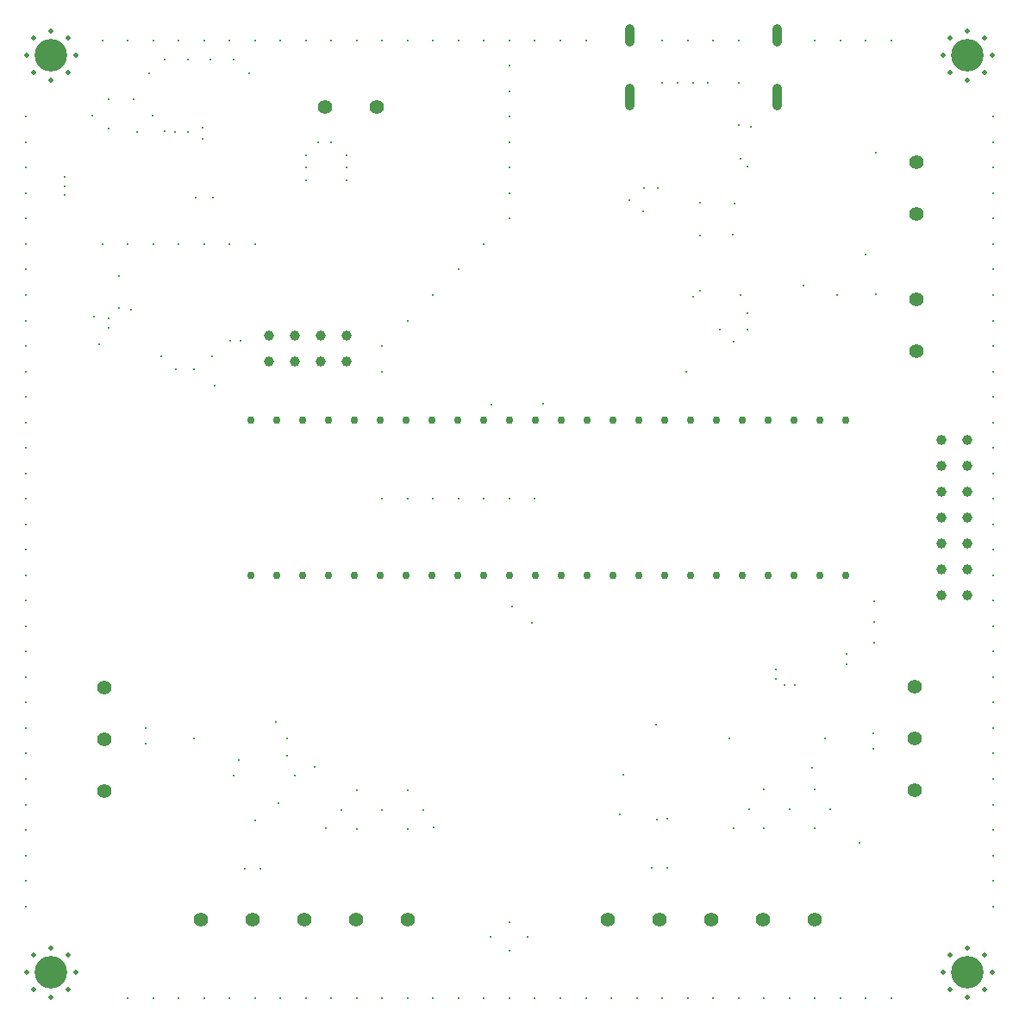
<source format=gbr>
%TF.GenerationSoftware,KiCad,Pcbnew,8.0.4*%
%TF.CreationDate,2024-09-25T08:21:10+02:00*%
%TF.ProjectId,pong_pcb,706f6e67-5f70-4636-922e-6b696361645f,rev?*%
%TF.SameCoordinates,Original*%
%TF.FileFunction,Plated,1,4,PTH,Mixed*%
%TF.FilePolarity,Positive*%
%FSLAX46Y46*%
G04 Gerber Fmt 4.6, Leading zero omitted, Abs format (unit mm)*
G04 Created by KiCad (PCBNEW 8.0.4) date 2024-09-25 08:21:10*
%MOMM*%
%LPD*%
G01*
G04 APERTURE LIST*
%TA.AperFunction,ViaDrill*%
%ADD10C,0.300000*%
%TD*%
%TA.AperFunction,ComponentDrill*%
%ADD11C,0.500000*%
%TD*%
%TA.AperFunction,ComponentDrill*%
%ADD12C,0.762000*%
%TD*%
G04 aperture for slot hole*
%TA.AperFunction,ComponentDrill*%
%ADD13C,0.900000*%
%TD*%
%TA.AperFunction,ComponentDrill*%
%ADD14C,1.000000*%
%TD*%
%TA.AperFunction,ComponentDrill*%
%ADD15C,1.400000*%
%TD*%
%TA.AperFunction,ComponentDrill*%
%ADD16C,3.200000*%
%TD*%
G04 APERTURE END LIST*
D10*
X62500000Y-55000000D03*
X62500000Y-57500000D03*
X62500000Y-60000000D03*
X62500000Y-62500000D03*
X62500000Y-65000000D03*
X62500000Y-67500000D03*
X62500000Y-70000000D03*
X62500000Y-72500000D03*
X62500000Y-75000000D03*
X62500000Y-77500000D03*
X62500000Y-80000000D03*
X62500000Y-82500000D03*
X62500000Y-85000000D03*
X62500000Y-87500000D03*
X62500000Y-90000000D03*
X62500000Y-92500000D03*
X62500000Y-95000000D03*
X62500000Y-97500000D03*
X62500000Y-100000000D03*
X62500000Y-102500000D03*
X62500000Y-105000000D03*
X62500000Y-107500000D03*
X62500000Y-110000000D03*
X62500000Y-112500000D03*
X62500000Y-115000000D03*
X62500000Y-117500000D03*
X62500000Y-120000000D03*
X62500000Y-122500000D03*
X62500000Y-125000000D03*
X62500000Y-127500000D03*
X62500000Y-130000000D03*
X62500000Y-132500000D03*
X66300000Y-60900000D03*
X66300000Y-61800000D03*
X66300000Y-62700000D03*
X69025000Y-54900000D03*
X69220000Y-74636250D03*
X69670000Y-77315000D03*
X70000000Y-47500000D03*
X70000000Y-67500000D03*
X70620000Y-74765000D03*
X70620000Y-75715000D03*
X70625000Y-53300000D03*
X70625000Y-56200000D03*
X71670000Y-70665000D03*
X71690000Y-73765000D03*
X72500000Y-47500000D03*
X72500000Y-67500000D03*
X72500000Y-141500000D03*
X72845000Y-73915000D03*
X73125000Y-53300000D03*
X73425000Y-56500000D03*
X74250000Y-115000000D03*
X74250000Y-116500000D03*
X74625000Y-50700000D03*
X74925000Y-54900000D03*
X75000000Y-47500000D03*
X75000000Y-67500000D03*
X75000000Y-141500000D03*
X75820000Y-78515000D03*
X76125000Y-49400000D03*
X76125000Y-56400000D03*
X77125000Y-56500000D03*
X77220000Y-79765000D03*
X77500000Y-47500000D03*
X77500000Y-67500000D03*
X77500000Y-141500000D03*
X78425000Y-49400000D03*
X78425000Y-56500000D03*
X79000000Y-116000000D03*
X79020000Y-79765000D03*
X79225000Y-62900000D03*
X79825000Y-56100000D03*
X79825000Y-57200000D03*
X80000000Y-47500000D03*
X80000000Y-67500000D03*
X80000000Y-141500000D03*
X80625000Y-49400000D03*
X80770000Y-78515000D03*
X80875000Y-62950000D03*
X81020000Y-81415000D03*
X82500000Y-47500000D03*
X82500000Y-67500000D03*
X82500000Y-141500000D03*
X82600000Y-77000000D03*
X82900000Y-119700000D03*
X82925000Y-49400000D03*
X83400000Y-118100000D03*
X83600000Y-77000000D03*
X84000000Y-128830000D03*
X84425000Y-50700000D03*
X85000000Y-47500000D03*
X85000000Y-67500000D03*
X85000000Y-124080000D03*
X85000000Y-141500000D03*
X85500000Y-128830000D03*
X87050000Y-114450000D03*
X87300000Y-122400000D03*
X87500000Y-47500000D03*
X87500000Y-141500000D03*
X88200000Y-116000000D03*
X88200000Y-117750000D03*
X88900000Y-119700000D03*
X90000000Y-47500000D03*
X90000000Y-58750000D03*
X90000000Y-59950000D03*
X90000000Y-61250000D03*
X90000000Y-141500000D03*
X90900000Y-118800000D03*
X91250000Y-57500000D03*
X92000000Y-124800000D03*
X92500000Y-47500000D03*
X92500000Y-57500000D03*
X92500000Y-141500000D03*
X93500000Y-123080000D03*
X94000000Y-58750000D03*
X94000000Y-60000000D03*
X94000000Y-61250000D03*
X95000000Y-47500000D03*
X95000000Y-121080000D03*
X95000000Y-124880000D03*
X95000000Y-141500000D03*
X97500000Y-47500000D03*
X97500000Y-77500000D03*
X97500000Y-80000000D03*
X97500000Y-92500000D03*
X97500000Y-123080000D03*
X97500000Y-141500000D03*
X100000000Y-47500000D03*
X100000000Y-75000000D03*
X100000000Y-92500000D03*
X100000000Y-121080000D03*
X100000000Y-124880000D03*
X100000000Y-141500000D03*
X101500000Y-123080000D03*
X102500000Y-47500000D03*
X102500000Y-72500000D03*
X102500000Y-92500000D03*
X102500000Y-141500000D03*
X102550000Y-124750000D03*
X105000000Y-47500000D03*
X105000000Y-70000000D03*
X105000000Y-92500000D03*
X105000000Y-141500000D03*
X107500000Y-47500000D03*
X107500000Y-67500000D03*
X107500000Y-92500000D03*
X107500000Y-141500000D03*
X108100000Y-135500000D03*
X108218141Y-83214141D03*
X110000000Y-47500000D03*
X110000000Y-50000000D03*
X110000000Y-52500000D03*
X110000000Y-55000000D03*
X110000000Y-57500000D03*
X110000000Y-60000000D03*
X110000000Y-62500000D03*
X110000000Y-65000000D03*
X110000000Y-92500000D03*
X110000000Y-134050000D03*
X110000000Y-136850000D03*
X110000000Y-141500000D03*
X110300000Y-103100000D03*
X111800000Y-135500000D03*
X112200000Y-104700000D03*
X112500000Y-47500000D03*
X112500000Y-92500000D03*
X112500000Y-141500000D03*
X113304000Y-83200000D03*
X115000000Y-47500000D03*
X115000000Y-141500000D03*
X117500000Y-47500000D03*
X117500000Y-141500000D03*
X120000000Y-141500000D03*
X120800000Y-123500000D03*
X121200000Y-119600000D03*
X121800000Y-63200000D03*
X122500000Y-141500000D03*
X123100000Y-64300000D03*
X123200000Y-62000000D03*
X124000000Y-128750000D03*
X124375000Y-114625000D03*
X124500000Y-124000000D03*
X124600000Y-62000000D03*
X125000000Y-47500000D03*
X125000000Y-51700000D03*
X125000000Y-141500000D03*
X125500000Y-123900000D03*
X125500000Y-128750000D03*
X126500000Y-51700000D03*
X127375000Y-80000000D03*
X127500000Y-47500000D03*
X127500000Y-141500000D03*
X128000000Y-51700000D03*
X128000000Y-72700000D03*
X128675000Y-66700000D03*
X128700000Y-63400000D03*
X128725000Y-72100000D03*
X129500000Y-51700000D03*
X130000000Y-47500000D03*
X130000000Y-141500000D03*
X130700000Y-75900000D03*
X131600000Y-116000000D03*
X131925000Y-66600000D03*
X132000000Y-77100000D03*
X132000000Y-124800000D03*
X132100000Y-63500000D03*
X132500000Y-47500000D03*
X132500000Y-51700000D03*
X132500000Y-55800000D03*
X132500000Y-141500000D03*
X132700000Y-59100000D03*
X132700000Y-72500000D03*
X133400000Y-59900000D03*
X133400000Y-74300000D03*
X133400000Y-75900000D03*
X133500000Y-123000000D03*
X133675735Y-56024265D03*
X135000000Y-121000000D03*
X135000000Y-124800000D03*
X135000000Y-141500000D03*
X136200000Y-109250000D03*
X136200000Y-110200000D03*
X137000000Y-110750000D03*
X137500000Y-123000000D03*
X137500000Y-141500000D03*
X138000000Y-110750000D03*
X138850000Y-71600000D03*
X139760001Y-118939999D03*
X140000000Y-47500000D03*
X140000000Y-121000000D03*
X140000000Y-124800000D03*
X140000000Y-141500000D03*
X141000000Y-116000000D03*
X141500000Y-123000000D03*
X142200000Y-72500000D03*
X142500000Y-47500000D03*
X142500000Y-141500000D03*
X143150000Y-107750000D03*
X143150000Y-108700000D03*
X144350000Y-126250000D03*
X145000000Y-47500000D03*
X145000000Y-68500000D03*
X145000000Y-141500000D03*
X145750000Y-115500000D03*
X145750000Y-117000000D03*
X145825000Y-102550000D03*
X145825000Y-104550000D03*
X145825000Y-106600000D03*
X146000000Y-58500000D03*
X146000000Y-72400000D03*
X147500000Y-47500000D03*
X147500000Y-141500000D03*
X157500000Y-55000000D03*
X157500000Y-57500000D03*
X157500000Y-60000000D03*
X157500000Y-62500000D03*
X157500000Y-65000000D03*
X157500000Y-67500000D03*
X157500000Y-70000000D03*
X157500000Y-72500000D03*
X157500000Y-75000000D03*
X157500000Y-77500000D03*
X157500000Y-80000000D03*
X157500000Y-80000000D03*
X157500000Y-82500000D03*
X157500000Y-85000000D03*
X157500000Y-87500000D03*
X157500000Y-90000000D03*
X157500000Y-92500000D03*
X157500000Y-95000000D03*
X157500000Y-97500000D03*
X157500000Y-100000000D03*
X157500000Y-102500000D03*
X157500000Y-105000000D03*
X157500000Y-107500000D03*
X157500000Y-110000000D03*
X157500000Y-112500000D03*
X157500000Y-115000000D03*
X157500000Y-117500000D03*
X157500000Y-120000000D03*
X157500000Y-122500000D03*
X157500000Y-125000000D03*
X157500000Y-127500000D03*
X157500000Y-130000000D03*
X157500000Y-132500000D03*
D11*
%TO.C,H1*%
X62600000Y-49000000D03*
%TO.C,H3*%
X62600000Y-139000000D03*
%TO.C,H1*%
X63302944Y-47302944D03*
X63302944Y-50697056D03*
%TO.C,H3*%
X63302944Y-137302944D03*
X63302944Y-140697056D03*
%TO.C,H1*%
X65000000Y-46600000D03*
X65000000Y-51400000D03*
%TO.C,H3*%
X65000000Y-136600000D03*
X65000000Y-141400000D03*
%TO.C,H1*%
X66697056Y-47302944D03*
X66697056Y-50697056D03*
%TO.C,H3*%
X66697056Y-137302944D03*
X66697056Y-140697056D03*
%TO.C,H1*%
X67400000Y-49000000D03*
%TO.C,H3*%
X67400000Y-139000000D03*
%TO.C,H2*%
X152600000Y-49000000D03*
%TO.C,H4*%
X152600000Y-139000000D03*
%TO.C,H2*%
X153302944Y-47302944D03*
X153302944Y-50697056D03*
%TO.C,H4*%
X153302944Y-137302944D03*
X153302944Y-140697056D03*
%TO.C,H2*%
X155000000Y-46600000D03*
X155000000Y-51400000D03*
%TO.C,H4*%
X155000000Y-136600000D03*
X155000000Y-141400000D03*
%TO.C,H2*%
X156697056Y-47302944D03*
X156697056Y-50697056D03*
%TO.C,H4*%
X156697056Y-137302944D03*
X156697056Y-140697056D03*
%TO.C,H2*%
X157400000Y-49000000D03*
%TO.C,H4*%
X157400000Y-139000000D03*
D12*
%TO.C,U2*%
X84600000Y-84760000D03*
X84600000Y-100000000D03*
X87140000Y-84760000D03*
X87140000Y-100000000D03*
X89680000Y-84760000D03*
X89680000Y-100000000D03*
X92220000Y-84760000D03*
X92220000Y-100000000D03*
X94760000Y-84760000D03*
X94760000Y-100000000D03*
X97300000Y-84760000D03*
X97300000Y-100000000D03*
X99840000Y-84760000D03*
X99840000Y-100000000D03*
X102380000Y-84760000D03*
X102380000Y-100000000D03*
X104920000Y-84760000D03*
X104920000Y-100000000D03*
X107460000Y-84760000D03*
X107460000Y-100000000D03*
X110000000Y-84760000D03*
X110000000Y-100000000D03*
X112540000Y-84760000D03*
X112540000Y-100000000D03*
X115080000Y-84760000D03*
X115080000Y-100000000D03*
X117620000Y-84760000D03*
X117620000Y-100000000D03*
X120160000Y-84760000D03*
X120160000Y-100000000D03*
X122700000Y-84760000D03*
X122700000Y-100000000D03*
X125240000Y-84760000D03*
X125240000Y-100000000D03*
X127780000Y-84760000D03*
X127780000Y-100000000D03*
X130320000Y-84760000D03*
X130320000Y-100000000D03*
X132860000Y-84760000D03*
X132860000Y-100000000D03*
X135400000Y-84760000D03*
X135400000Y-100000000D03*
X137940000Y-84760000D03*
X137940000Y-100000000D03*
X140480000Y-84760000D03*
X140480000Y-100000000D03*
X143020000Y-84760000D03*
X143020000Y-100000000D03*
D13*
%TO.C,J2*%
X121750000Y-46350000D02*
X121750000Y-47650000D01*
X121750000Y-52150000D02*
X121750000Y-53850000D01*
X136250000Y-46350000D02*
X136250000Y-47650000D01*
X136250000Y-52150000D02*
X136250000Y-53850000D01*
D14*
%TO.C,J11*%
X86380000Y-76500000D03*
X86380000Y-79040000D03*
X88920000Y-76500000D03*
X88920000Y-79040000D03*
X91460000Y-76500000D03*
X91460000Y-79040000D03*
X94000000Y-76500000D03*
X94000000Y-79040000D03*
%TO.C,J9*%
X152460000Y-86760000D03*
X152460000Y-89300000D03*
X152460000Y-91840000D03*
X152460000Y-94380000D03*
X152460000Y-96920000D03*
X152460000Y-99460000D03*
X152460000Y-102000000D03*
X155000000Y-86760000D03*
X155000000Y-89300000D03*
X155000000Y-91840000D03*
X155000000Y-94380000D03*
X155000000Y-96920000D03*
X155000000Y-99460000D03*
X155000000Y-102000000D03*
D15*
%TO.C,J3*%
X70177500Y-111000000D03*
X70177500Y-116080000D03*
X70177500Y-121160000D03*
%TO.C,J6*%
X79680000Y-133822500D03*
X84760000Y-133822500D03*
X89840000Y-133822500D03*
%TO.C,J1*%
X91920000Y-54027500D03*
%TO.C,J6*%
X94920000Y-133822500D03*
%TO.C,J1*%
X97000000Y-54027500D03*
%TO.C,J6*%
X100000000Y-133822500D03*
%TO.C,J7*%
X119640000Y-133822500D03*
X124720000Y-133822500D03*
X129800000Y-133822500D03*
X134880000Y-133822500D03*
X139960000Y-133822500D03*
%TO.C,J4*%
X149822500Y-110920000D03*
X149822500Y-116000000D03*
X149822500Y-121080000D03*
%TO.C,J8*%
X149972500Y-59460000D03*
X149972500Y-64540000D03*
%TO.C,J5*%
X149972500Y-72920000D03*
X149972500Y-78000000D03*
D16*
%TO.C,H1*%
X65000000Y-49000000D03*
%TO.C,H3*%
X65000000Y-139000000D03*
%TO.C,H2*%
X155000000Y-49000000D03*
%TO.C,H4*%
X155000000Y-139000000D03*
M02*

</source>
